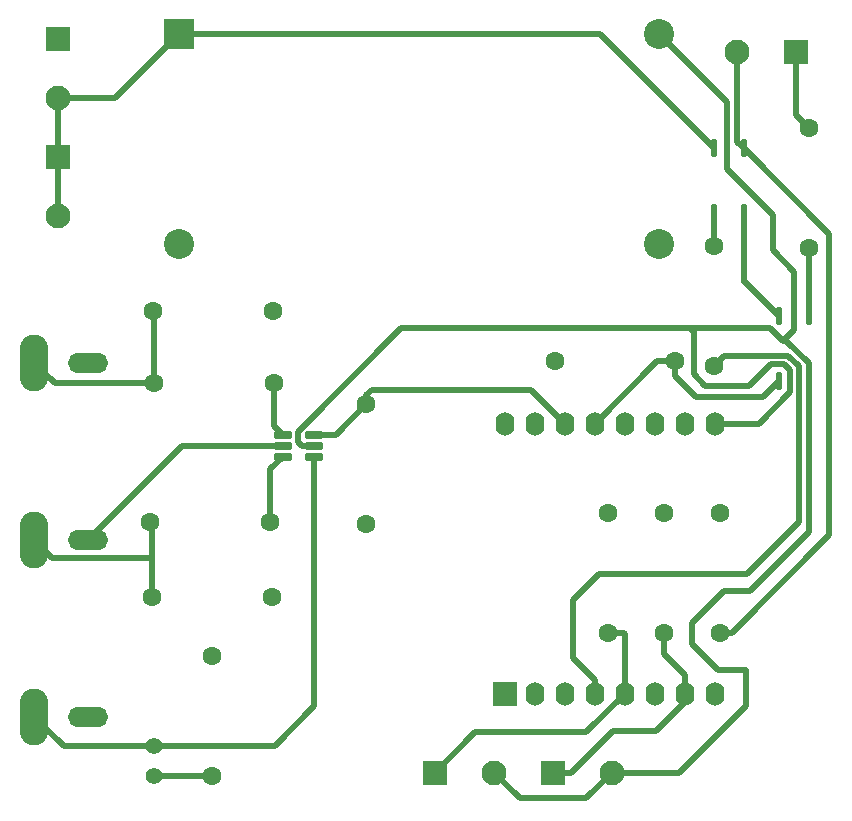
<source format=gbr>
%TF.GenerationSoftware,KiCad,Pcbnew,9.0.2*%
%TF.CreationDate,2025-07-13T19:28:41+02:00*%
%TF.ProjectId,AHD-Switch,4148442d-5377-4697-9463-682e6b696361,rev?*%
%TF.SameCoordinates,Original*%
%TF.FileFunction,Copper,L1,Top*%
%TF.FilePolarity,Positive*%
%FSLAX46Y46*%
G04 Gerber Fmt 4.6, Leading zero omitted, Abs format (unit mm)*
G04 Created by KiCad (PCBNEW 9.0.2) date 2025-07-13 19:28:41*
%MOMM*%
%LPD*%
G01*
G04 APERTURE LIST*
G04 Aperture macros list*
%AMRoundRect*
0 Rectangle with rounded corners*
0 $1 Rounding radius*
0 $2 $3 $4 $5 $6 $7 $8 $9 X,Y pos of 4 corners*
0 Add a 4 corners polygon primitive as box body*
4,1,4,$2,$3,$4,$5,$6,$7,$8,$9,$2,$3,0*
0 Add four circle primitives for the rounded corners*
1,1,$1+$1,$2,$3*
1,1,$1+$1,$4,$5*
1,1,$1+$1,$6,$7*
1,1,$1+$1,$8,$9*
0 Add four rect primitives between the rounded corners*
20,1,$1+$1,$2,$3,$4,$5,0*
20,1,$1+$1,$4,$5,$6,$7,0*
20,1,$1+$1,$6,$7,$8,$9,0*
20,1,$1+$1,$8,$9,$2,$3,0*%
G04 Aperture macros list end*
%TA.AperFunction,ComponentPad*%
%ADD10C,1.600000*%
%TD*%
%TA.AperFunction,ComponentPad*%
%ADD11R,2.100000X2.100000*%
%TD*%
%TA.AperFunction,ComponentPad*%
%ADD12C,2.100000*%
%TD*%
%TA.AperFunction,ComponentPad*%
%ADD13O,2.400000X4.800000*%
%TD*%
%TA.AperFunction,ComponentPad*%
%ADD14O,3.400000X1.700000*%
%TD*%
%TA.AperFunction,SMDPad,CuDef*%
%ADD15RoundRect,0.137500X-0.137500X0.587500X-0.137500X-0.587500X0.137500X-0.587500X0.137500X0.587500X0*%
%TD*%
%TA.AperFunction,SMDPad,CuDef*%
%ADD16RoundRect,0.137500X0.137500X-0.587500X0.137500X0.587500X-0.137500X0.587500X-0.137500X-0.587500X0*%
%TD*%
%TA.AperFunction,SMDPad,CuDef*%
%ADD17RoundRect,0.162500X-0.617500X-0.162500X0.617500X-0.162500X0.617500X0.162500X-0.617500X0.162500X0*%
%TD*%
%TA.AperFunction,ComponentPad*%
%ADD18C,1.400000*%
%TD*%
%TA.AperFunction,ComponentPad*%
%ADD19R,2.000000X2.000000*%
%TD*%
%TA.AperFunction,ComponentPad*%
%ADD20O,1.600000X2.000000*%
%TD*%
%TA.AperFunction,ComponentPad*%
%ADD21R,2.540000X2.540000*%
%TD*%
%TA.AperFunction,ComponentPad*%
%ADD22C,2.540000*%
%TD*%
%TA.AperFunction,ViaPad*%
%ADD23C,0.600000*%
%TD*%
%TA.AperFunction,Conductor*%
%ADD24C,0.500000*%
%TD*%
%TA.AperFunction,Conductor*%
%ADD25C,0.200000*%
%TD*%
G04 APERTURE END LIST*
D10*
%TO.P,R7,1*%
%TO.N,D2*%
X89200000Y-108900000D03*
%TO.P,R7,2*%
%TO.N,GND*%
X79040000Y-108900000D03*
%TD*%
%TO.P,R3,1*%
%TO.N,GND*%
X63100000Y-122700000D03*
%TO.P,R3,2*%
%TO.N,D1*%
X63100000Y-112540000D03*
%TD*%
D11*
%TO.P,J4,1,Pin_1*%
%TO.N,GND*%
X37000000Y-81600000D03*
D12*
%TO.P,J4,2,Pin_2*%
%TO.N,+12V*%
X37000000Y-86600000D03*
%TD*%
D13*
%TO.P,J2,1,In*%
%TO.N,Net-(J2-In)*%
X35000000Y-124000000D03*
D14*
%TO.P,J2,2,Ext*%
%TO.N,GND*%
X39500000Y-124000000D03*
%TD*%
D11*
%TO.P,J6,1,Pin_1*%
%TO.N,+12V*%
X37000000Y-91600000D03*
D12*
%TO.P,J6,2,Pin_2*%
X37000000Y-96600000D03*
%TD*%
D15*
%TO.P,U5,1*%
%TO.N,Net-(R10-Pad2)*%
X100570000Y-105050000D03*
%TO.P,U5,2*%
%TO.N,GND*%
X98030000Y-105050000D03*
%TO.P,U5,3*%
%TO.N,D2*%
X98030000Y-110550000D03*
%TO.P,U5,4*%
%TO.N,+5V*%
X100570000Y-110550000D03*
%TD*%
D11*
%TO.P,SW1,1,1*%
%TO.N,D7*%
X78900000Y-143700000D03*
D12*
%TO.P,SW1,2,2*%
%TO.N,+5V*%
X83900000Y-143700000D03*
%TD*%
D10*
%TO.P,R1,1*%
%TO.N,Net-(J1-In)*%
X45020000Y-104600000D03*
%TO.P,R1,2*%
%TO.N,GND*%
X55180000Y-104600000D03*
%TD*%
%TO.P,R5,1*%
%TO.N,Net-(J1-In)*%
X45120000Y-110700000D03*
%TO.P,R5,2*%
%TO.N,Net-(R5-Pad2)*%
X55280000Y-110700000D03*
%TD*%
%TO.P,R8,1*%
%TO.N,D7*%
X88300000Y-131880000D03*
%TO.P,R8,2*%
%TO.N,GND*%
X88300000Y-121720000D03*
%TD*%
%TO.P,R4,1*%
%TO.N,Net-(JP1-A)*%
X50000000Y-144000000D03*
%TO.P,R4,2*%
%TO.N,GND*%
X50000000Y-133840000D03*
%TD*%
D16*
%TO.P,U3,1*%
%TO.N,Net-(R12-Pad2)*%
X92530000Y-96350000D03*
%TO.P,U3,2*%
%TO.N,GND*%
X95070000Y-96350000D03*
%TO.P,U3,3*%
%TO.N,Radio-R*%
X95070000Y-90850000D03*
%TO.P,U3,4*%
%TO.N,+12V*%
X92530000Y-90850000D03*
%TD*%
D17*
%TO.P,U1,1*%
%TO.N,Net-(R5-Pad2)*%
X56000000Y-115100000D03*
%TO.P,U1,2,GND*%
%TO.N,GND*%
X56000000Y-116050000D03*
%TO.P,U1,3*%
%TO.N,Net-(R6-Pad2)*%
X56000000Y-117000000D03*
%TO.P,U1,4*%
%TO.N,Net-(J3-In)*%
X58700000Y-117000000D03*
%TO.P,U1,5,V+*%
%TO.N,+5V*%
X58700000Y-116050000D03*
%TO.P,U1,6*%
%TO.N,D1*%
X58700000Y-115100000D03*
%TD*%
D11*
%TO.P,SW5,1,1*%
%TO.N,D6*%
X68900000Y-143700000D03*
D12*
%TO.P,SW5,2,2*%
%TO.N,+5V*%
X73900000Y-143700000D03*
%TD*%
D18*
%TO.P,JP1,1,A*%
%TO.N,Net-(JP1-A)*%
X45100000Y-144000000D03*
%TO.P,JP1,2,B*%
%TO.N,Net-(J3-In)*%
X45100000Y-141460000D03*
%TD*%
D10*
%TO.P,R6,1*%
%TO.N,Net-(J2-In)*%
X44820000Y-122500000D03*
%TO.P,R6,2*%
%TO.N,Net-(R6-Pad2)*%
X54980000Y-122500000D03*
%TD*%
D19*
%TO.P,U2,1,~{RST}*%
%TO.N,unconnected-(U2-~{RST}-Pad1)*%
X74810000Y-137045000D03*
D20*
%TO.P,U2,2,A0*%
%TO.N,unconnected-(U2-A0-Pad2)*%
X77350000Y-137045000D03*
%TO.P,U2,3,D0*%
%TO.N,unconnected-(U2-D0-Pad3)*%
X79890000Y-137045000D03*
%TO.P,U2,4,SCK/D5*%
%TO.N,D5*%
X82430000Y-137045000D03*
%TO.P,U2,5,MISO/D6*%
%TO.N,D6*%
X84970000Y-137045000D03*
%TO.P,U2,6,MOSI/D7*%
%TO.N,unconnected-(U2-MOSI{slash}D7-Pad6)*%
X87510000Y-137045000D03*
%TO.P,U2,7,CS/D8*%
%TO.N,D7*%
X90050000Y-137045000D03*
%TO.P,U2,8,3V3*%
%TO.N,unconnected-(U2-3V3-Pad8)*%
X92590000Y-137045000D03*
%TO.P,U2,9,5V*%
%TO.N,+5V*%
X92590000Y-114185000D03*
%TO.P,U2,10,GND*%
%TO.N,GND*%
X90050000Y-114185000D03*
%TO.P,U2,11,D4*%
%TO.N,unconnected-(U2-D4-Pad11)*%
X87510000Y-114185000D03*
%TO.P,U2,12,D3*%
%TO.N,unconnected-(U2-D3-Pad12)*%
X84970000Y-114185000D03*
%TO.P,U2,13,SDA/D2*%
%TO.N,D2*%
X82430000Y-114185000D03*
%TO.P,U2,14,SCL/D1*%
%TO.N,D1*%
X79890000Y-114185000D03*
%TO.P,U2,15,RX*%
%TO.N,unconnected-(U2-RX-Pad15)*%
X77350000Y-114185000D03*
%TO.P,U2,16,TX*%
%TO.N,unconnected-(U2-TX-Pad16)*%
X74810000Y-114185000D03*
%TD*%
D21*
%TO.P,U4,1,Vin*%
%TO.N,+12V*%
X47200000Y-81200000D03*
D22*
%TO.P,U4,2,GND*%
%TO.N,GND*%
X47200000Y-98980000D03*
%TO.P,U4,3,GND*%
X87840000Y-98980000D03*
%TO.P,U4,4,Vout*%
%TO.N,+5V*%
X87840000Y-81200000D03*
%TD*%
D13*
%TO.P,J1,1,In*%
%TO.N,Net-(J1-In)*%
X35000000Y-109000000D03*
D14*
%TO.P,J1,2,Ext*%
%TO.N,GND*%
X39500000Y-109000000D03*
%TD*%
D13*
%TO.P,J3,1,In*%
%TO.N,Net-(J3-In)*%
X35000000Y-139000000D03*
D14*
%TO.P,J3,2,Ext*%
%TO.N,GND*%
X39500000Y-139000000D03*
%TD*%
D10*
%TO.P,R9,1*%
%TO.N,Radio-R*%
X93000000Y-131880000D03*
%TO.P,R9,2*%
%TO.N,GND*%
X93000000Y-121720000D03*
%TD*%
%TO.P,R2,1*%
%TO.N,Net-(J2-In)*%
X44920000Y-128800000D03*
%TO.P,R2,2*%
%TO.N,GND*%
X55080000Y-128800000D03*
%TD*%
%TO.P,R11,1*%
%TO.N,D6*%
X83600000Y-131880000D03*
%TO.P,R11,2*%
%TO.N,GND*%
X83600000Y-121720000D03*
%TD*%
%TO.P,R12,1*%
%TO.N,D5*%
X92500000Y-109280000D03*
%TO.P,R12,2*%
%TO.N,Net-(R12-Pad2)*%
X92500000Y-99120000D03*
%TD*%
D11*
%TO.P,J5,1,Pin_1*%
%TO.N,Signal-R*%
X99500000Y-82700000D03*
D12*
%TO.P,J5,2,Pin_2*%
%TO.N,Radio-R*%
X94500000Y-82700000D03*
%TD*%
D10*
%TO.P,R10,1*%
%TO.N,Signal-R*%
X100600000Y-89100000D03*
%TO.P,R10,2*%
%TO.N,Net-(R10-Pad2)*%
X100600000Y-99260000D03*
%TD*%
D23*
%TO.N,GND*%
X95070000Y-102000000D03*
%TD*%
D24*
%TO.N,D7*%
X80450000Y-143700000D02*
X83950000Y-140200000D01*
X83950000Y-140200000D02*
X87600000Y-140200000D01*
X87600000Y-140200000D02*
X90050000Y-137750000D01*
X90050000Y-137750000D02*
X90050000Y-137045000D01*
X78900000Y-143700000D02*
X80450000Y-143700000D01*
%TO.N,GND*%
X95070000Y-102000000D02*
X95070000Y-102090000D01*
%TO.N,+12V*%
X37000000Y-86600000D02*
X37000000Y-91600000D01*
%TO.N,GND*%
X95070000Y-96350000D02*
X95070000Y-102000000D01*
X47450000Y-116050000D02*
X39500000Y-124000000D01*
X95070000Y-102090000D02*
X98030000Y-105050000D01*
X56000000Y-116050000D02*
X47450000Y-116050000D01*
%TO.N,Net-(J1-In)*%
X36700000Y-110700000D02*
X45120000Y-110700000D01*
X45120000Y-104700000D02*
X45020000Y-104600000D01*
X45120000Y-110700000D02*
X45120000Y-104700000D01*
X35000000Y-109000000D02*
X36700000Y-110700000D01*
%TO.N,Net-(J2-In)*%
X36500000Y-125500000D02*
X35000000Y-124000000D01*
X44920000Y-128800000D02*
X44920000Y-125500000D01*
X44920000Y-125500000D02*
X36500000Y-125500000D01*
X44920000Y-122600000D02*
X44820000Y-122500000D01*
X44920000Y-125500000D02*
X44920000Y-122600000D01*
%TO.N,Net-(J3-In)*%
X58700000Y-138100000D02*
X55340000Y-141460000D01*
X58700000Y-117000000D02*
X58700000Y-138100000D01*
X55340000Y-141460000D02*
X45100000Y-141460000D01*
X45100000Y-141460000D02*
X37460000Y-141460000D01*
X37460000Y-141460000D02*
X35000000Y-139000000D01*
%TO.N,+12V*%
X47200000Y-81200000D02*
X82880000Y-81200000D01*
X82880000Y-81200000D02*
X92530000Y-90850000D01*
X37000000Y-91600000D02*
X37000000Y-96600000D01*
X37000000Y-86600000D02*
X41800000Y-86600000D01*
X41800000Y-86600000D02*
X47200000Y-81200000D01*
%TO.N,Signal-R*%
X99500000Y-88000000D02*
X100600000Y-89100000D01*
X99500000Y-82700000D02*
X99500000Y-88000000D01*
%TO.N,Radio-R*%
X94500000Y-82700000D02*
X94500000Y-90280000D01*
X102300000Y-98080000D02*
X102300000Y-123600000D01*
X95070000Y-90850000D02*
X102300000Y-98080000D01*
X94020000Y-131880000D02*
X93000000Y-131880000D01*
X102300000Y-123600000D02*
X94020000Y-131880000D01*
X94500000Y-90280000D02*
X95070000Y-90850000D01*
%TO.N,D5*%
X93381000Y-108399000D02*
X98790364Y-108399000D01*
X82430000Y-135830000D02*
X82430000Y-137045000D01*
X99701000Y-122499000D02*
X95300000Y-126900000D01*
X80600000Y-129100000D02*
X80600000Y-134000000D01*
X92500000Y-109280000D02*
X93381000Y-108399000D01*
X99701000Y-109309636D02*
X99701000Y-122499000D01*
X82800000Y-126900000D02*
X80600000Y-129100000D01*
X98790364Y-108399000D02*
X99701000Y-109309636D01*
X95300000Y-126900000D02*
X82800000Y-126900000D01*
X80600000Y-134000000D02*
X82430000Y-135830000D01*
D25*
%TO.N,Net-(R12-Pad2)*%
X92530000Y-99090000D02*
X92500000Y-99120000D01*
D24*
X92530000Y-96350000D02*
X92530000Y-99090000D01*
%TO.N,D1*%
X58700000Y-115100000D02*
X60500000Y-115100000D01*
X77005000Y-111300000D02*
X79890000Y-114185000D01*
X63060000Y-112540000D02*
X63100000Y-112540000D01*
X63100000Y-111740000D02*
X63540000Y-111300000D01*
X63540000Y-111300000D02*
X77005000Y-111300000D01*
X63100000Y-112540000D02*
X63100000Y-111740000D01*
X60500000Y-115100000D02*
X63060000Y-112540000D01*
%TO.N,Net-(R5-Pad2)*%
X55280000Y-114380000D02*
X56000000Y-115100000D01*
X55280000Y-110700000D02*
X55280000Y-114380000D01*
%TO.N,Net-(R6-Pad2)*%
X54980000Y-118020000D02*
X56000000Y-117000000D01*
X54980000Y-122500000D02*
X54980000Y-118020000D01*
%TO.N,D2*%
X89200000Y-108900000D02*
X87715000Y-108900000D01*
X89200000Y-110100000D02*
X89200000Y-108900000D01*
X87715000Y-108900000D02*
X82430000Y-114185000D01*
X96680000Y-111900000D02*
X91000000Y-111900000D01*
X91000000Y-111900000D02*
X89200000Y-110100000D01*
X98030000Y-110550000D02*
X96680000Y-111900000D01*
%TO.N,D7*%
X90050000Y-137045000D02*
X90050000Y-135450000D01*
X90050000Y-135450000D02*
X88300000Y-133700000D01*
X88300000Y-133700000D02*
X88300000Y-131880000D01*
%TO.N,Net-(R10-Pad2)*%
X100570000Y-105050000D02*
X100570000Y-99290000D01*
X100570000Y-99290000D02*
X100600000Y-99260000D01*
%TO.N,D6*%
X68900000Y-143700000D02*
X72300000Y-140300000D01*
X84970000Y-137045000D02*
X84970000Y-131950000D01*
X84900000Y-131880000D02*
X83600000Y-131880000D01*
X84970000Y-131950000D02*
X84900000Y-131880000D01*
X72300000Y-140300000D02*
X81715000Y-140300000D01*
X81715000Y-140300000D02*
X84970000Y-137045000D01*
%TO.N,+5V*%
X89600000Y-143700000D02*
X83900000Y-143700000D01*
X90700000Y-132800000D02*
X92900000Y-135000000D01*
X97500000Y-96500000D02*
X97500000Y-99500000D01*
X87840000Y-81200000D02*
X93600000Y-86960000D01*
X76100000Y-145900000D02*
X73900000Y-143700000D01*
X100570000Y-123330000D02*
X95600000Y-128300000D01*
X99300000Y-101300000D02*
X99300000Y-106200000D01*
X57300000Y-115700000D02*
X57650000Y-116050000D01*
X95200000Y-135000000D02*
X95200000Y-138100000D01*
X83900000Y-143700000D02*
X81700000Y-145900000D01*
X90900000Y-106076000D02*
X90476000Y-106076000D01*
X90800000Y-110000000D02*
X91800000Y-111000000D01*
X99300000Y-106200000D02*
X98350000Y-107150000D01*
X99000000Y-109600000D02*
X99000000Y-111500000D01*
X90700000Y-131000000D02*
X90700000Y-132800000D01*
X57300000Y-114847878D02*
X57300000Y-115700000D01*
X95500000Y-111000000D02*
X97400000Y-109100000D01*
X93600000Y-86960000D02*
X93600000Y-92600000D01*
X66071878Y-106076000D02*
X57300000Y-114847878D01*
X90476000Y-106076000D02*
X90800000Y-106400000D01*
X98350000Y-107150000D02*
X98650000Y-107150000D01*
X98650000Y-107150000D02*
X100570000Y-109070000D01*
X57650000Y-116050000D02*
X58700000Y-116050000D01*
X95600000Y-128300000D02*
X93400000Y-128300000D01*
X97400000Y-109100000D02*
X98500000Y-109100000D01*
X99000000Y-111500000D02*
X96315000Y-114185000D01*
X93400000Y-128300000D02*
X90700000Y-131000000D01*
X90900000Y-106076000D02*
X66071878Y-106076000D01*
X90900000Y-106076000D02*
X97276000Y-106076000D01*
X92900000Y-135000000D02*
X95200000Y-135000000D01*
X93600000Y-92600000D02*
X97500000Y-96500000D01*
X98500000Y-109100000D02*
X99000000Y-109600000D01*
X96315000Y-114185000D02*
X92590000Y-114185000D01*
X100570000Y-110550000D02*
X100570000Y-123330000D01*
X91800000Y-111000000D02*
X95500000Y-111000000D01*
X95200000Y-138100000D02*
X89600000Y-143700000D01*
X97276000Y-106076000D02*
X98350000Y-107150000D01*
X90800000Y-106400000D02*
X90800000Y-110000000D01*
X100570000Y-109070000D02*
X100570000Y-110550000D01*
X97500000Y-99500000D02*
X99300000Y-101300000D01*
X81700000Y-145900000D02*
X76100000Y-145900000D01*
%TO.N,Net-(JP1-A)*%
X50000000Y-144000000D02*
X45100000Y-144000000D01*
%TD*%
M02*

</source>
